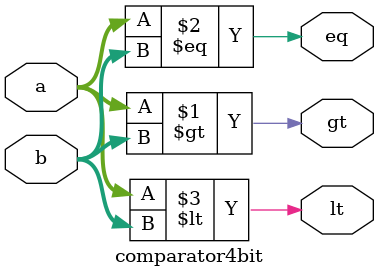
<source format=v>
module comparator4bit(input [3:0] a, input [3:0] b, output gt, eq, lt);
    assign gt = (a > b);
    assign eq = (a == b);
    assign lt = (a < b);
endmodule



</source>
